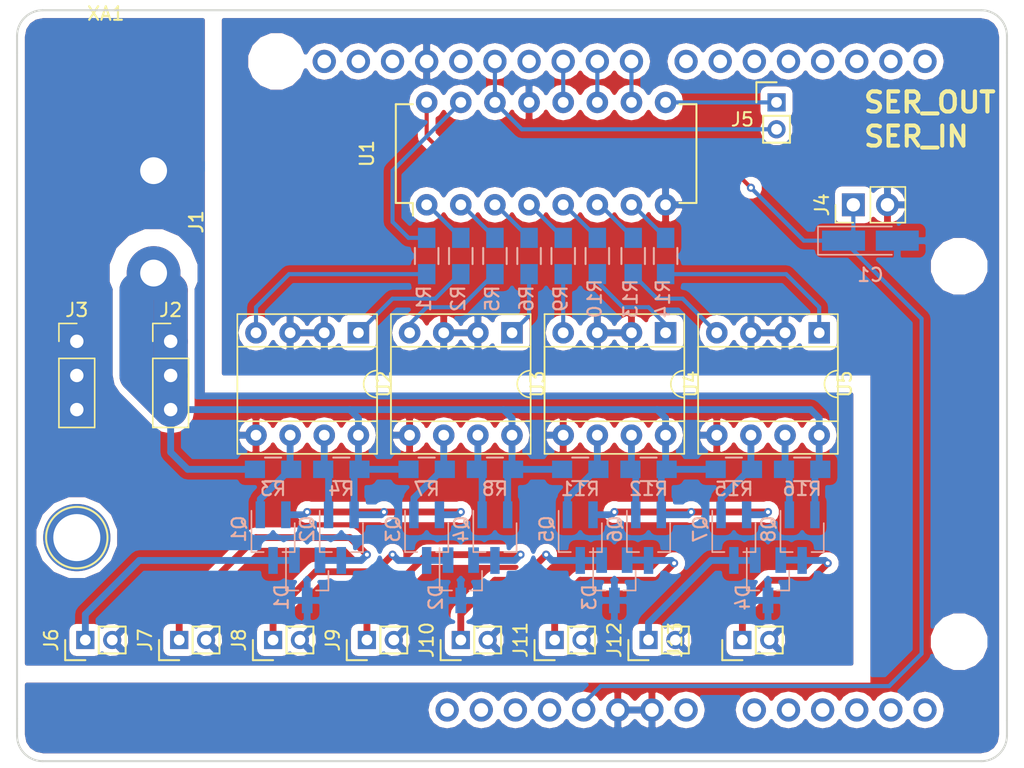
<source format=kicad_pcb>
(kicad_pcb (version 4) (host pcbnew 4.0.7)
  (layers (0 F.Cu signal) (31 B.Cu signal) (34 B.Paste user hide) (35 F.Paste user hide) (36 B.SilkS user) (37 F.SilkS user) (38 B.Mask user) (39 F.Mask user) (44 Edge.Cuts user))
  (net 0 "")
  (net 1 GND)
  (net 2 Vcc_12V)
  (net 3 /QA)
  (net 4 "Net-(R1-Pad2)")
  (net 5 /QB)
  (net 6 "Net-(R2-Pad2)")
  (net 7 /QC)
  (net 8 "Net-(R5-Pad2)")
  (net 9 /QD)
  (net 10 "Net-(R6-Pad2)")
  (net 11 /QE)
  (net 12 "Net-(R9-Pad2)")
  (net 13 /QF)
  (net 14 "Net-(R10-Pad2)")
  (net 15 /QG)
  (net 16 "Net-(R13-Pad2)")
  (net 17 /QH)
  (net 18 "Net-(R14-Pad2)")
  (net 19 VCC)
  (net 20 /clockPin)
  (net 21 /latchPin)
  (net 22 /dataPin)
  (net 23 "Net-(XA1-PadA0)")
  (net 24 "Net-(XA1-PadVIN)")
  (net 25 "Net-(XA1-Pad3V3)")
  (net 26 "Net-(XA1-PadRST1)")
  (net 27 "Net-(XA1-PadIORF)")
  (net 28 "Net-(XA1-PadD0)")
  (net 29 "Net-(XA1-PadD1)")
  (net 30 "Net-(XA1-PadD2)")
  (net 31 "Net-(XA1-PadD3)")
  (net 32 "Net-(XA1-PadD4)")
  (net 33 "Net-(XA1-PadD5)")
  (net 34 "Net-(XA1-PadD6)")
  (net 35 "Net-(XA1-PadD7)")
  (net 36 "Net-(XA1-PadSCL)")
  (net 37 "Net-(XA1-PadSDA)")
  (net 38 "Net-(XA1-PadAREF)")
  (net 39 "Net-(XA1-PadD13)")
  (net 40 "Net-(XA1-PadA1)")
  (net 41 "Net-(XA1-PadA2)")
  (net 42 "Net-(XA1-PadA3)")
  (net 43 "Net-(XA1-PadA4)")
  (net 44 "Net-(XA1-PadA5)")
  (net 45 /SRCLR)
  (net 46 "Net-(XA1-PadD11)")
  (net 47 "Net-(D1-Pad1)")
  (net 48 "Net-(D1-Pad2)")
  (net 49 "Net-(D2-Pad1)")
  (net 50 "Net-(D2-Pad2)")
  (net 51 "Net-(D3-Pad1)")
  (net 52 "Net-(D3-Pad2)")
  (net 53 "Net-(D4-Pad1)")
  (net 54 "Net-(D4-Pad2)")
  (net 55 "Net-(Q1-Pad1)")
  (net 56 "Net-(Q2-Pad1)")
  (net 57 "Net-(Q3-Pad1)")
  (net 58 "Net-(Q4-Pad1)")
  (net 59 "Net-(Q5-Pad1)")
  (net 60 "Net-(Q6-Pad1)")
  (net 61 "Net-(Q7-Pad1)")
  (net 62 "Net-(Q8-Pad1)")
  (net 63 "Net-(J5-Pad1)")
  (module Arduino:Arduino_Uno_Shield (layer F.Cu) (at 87.884 102.87)
    (fp_text reference XA1 (at 2.54 -54.356) (layer F.SilkS) (effects (font (thickness 0.16))))
    (fp_text value Arduino_Uno_Shield)
    (pad A0 thru_hole oval (at 50.8 -2.54) (size 1.7272 1.7272) (drill 1.016) (layers *.Cu *.Mask) (net 23 "Net-(XA1-PadA0)"))
    (pad VIN thru_hole oval (at 45.72 -2.54) (size 1.7272 1.7272) (drill 1.016) (layers *.Cu *.Mask) (net 24 "Net-(XA1-PadVIN)"))
    (pad GND3 thru_hole oval (at 43.18 -2.54) (size 1.7272 1.7272) (drill 1.016) (layers *.Cu *.Mask) (net 1 GND))
    (pad GND2 thru_hole oval (at 40.64 -2.54) (size 1.7272 1.7272) (drill 1.016) (layers *.Cu *.Mask) (net 1 GND))
    (pad 5V1 thru_hole oval (at 38.1 -2.54) (size 1.7272 1.7272) (drill 1.016) (layers *.Cu *.Mask) (net 19 VCC))
    (pad 3V3 thru_hole oval (at 35.56 -2.54) (size 1.7272 1.7272) (drill 1.016) (layers *.Cu *.Mask) (net 25 "Net-(XA1-Pad3V3)"))
    (pad RST1 thru_hole oval (at 33.02 -2.54) (size 1.7272 1.7272) (drill 1.016) (layers *.Cu *.Mask) (net 26 "Net-(XA1-PadRST1)"))
    (pad IORF thru_hole oval (at 30.48 -2.54) (size 1.7272 1.7272) (drill 1.016) (layers *.Cu *.Mask) (net 27 "Net-(XA1-PadIORF)"))
    (pad D0 thru_hole oval (at 63.5 -50.8) (size 1.7272 1.7272) (drill 1.016) (layers *.Cu *.Mask) (net 28 "Net-(XA1-PadD0)"))
    (pad D1 thru_hole oval (at 60.96 -50.8) (size 1.7272 1.7272) (drill 1.016) (layers *.Cu *.Mask) (net 29 "Net-(XA1-PadD1)"))
    (pad D2 thru_hole oval (at 58.42 -50.8) (size 1.7272 1.7272) (drill 1.016) (layers *.Cu *.Mask) (net 30 "Net-(XA1-PadD2)"))
    (pad D3 thru_hole oval (at 55.88 -50.8) (size 1.7272 1.7272) (drill 1.016) (layers *.Cu *.Mask) (net 31 "Net-(XA1-PadD3)"))
    (pad D4 thru_hole oval (at 53.34 -50.8) (size 1.7272 1.7272) (drill 1.016) (layers *.Cu *.Mask) (net 32 "Net-(XA1-PadD4)"))
    (pad D5 thru_hole oval (at 50.8 -50.8) (size 1.7272 1.7272) (drill 1.016) (layers *.Cu *.Mask) (net 33 "Net-(XA1-PadD5)"))
    (pad D6 thru_hole oval (at 48.26 -50.8) (size 1.7272 1.7272) (drill 1.016) (layers *.Cu *.Mask) (net 34 "Net-(XA1-PadD6)"))
    (pad D7 thru_hole oval (at 45.72 -50.8) (size 1.7272 1.7272) (drill 1.016) (layers *.Cu *.Mask) (net 35 "Net-(XA1-PadD7)"))
    (pad GND1 thru_hole oval (at 26.416 -50.8) (size 1.7272 1.7272) (drill 1.016) (layers *.Cu *.Mask) (net 1 GND))
    (pad D8 thru_hole oval (at 41.656 -50.8) (size 1.7272 1.7272) (drill 1.016) (layers *.Cu *.Mask) (net 45 /SRCLR))
    (pad D9 thru_hole oval (at 39.116 -50.8) (size 1.7272 1.7272) (drill 1.016) (layers *.Cu *.Mask) (net 20 /clockPin))
    (pad D10 thru_hole oval (at 36.576 -50.8) (size 1.7272 1.7272) (drill 1.016) (layers *.Cu *.Mask) (net 21 /latchPin))
    (pad "" np_thru_hole circle (at 66.04 -7.62) (size 3.2 3.2) (drill 3.2) (layers *.Cu *.Mask))
    (pad "" np_thru_hole circle (at 66.04 -35.56) (size 3.2 3.2) (drill 3.2) (layers *.Cu *.Mask))
    (pad "" np_thru_hole circle (at 15.24 -50.8) (size 3.2 3.2) (drill 3.2) (layers *.Cu *.Mask))
    (pad SCL thru_hole oval (at 18.796 -50.8) (size 1.7272 1.7272) (drill 1.016) (layers *.Cu *.Mask) (net 36 "Net-(XA1-PadSCL)"))
    (pad SDA thru_hole oval (at 21.336 -50.8) (size 1.7272 1.7272) (drill 1.016) (layers *.Cu *.Mask) (net 37 "Net-(XA1-PadSDA)"))
    (pad AREF thru_hole oval (at 23.876 -50.8) (size 1.7272 1.7272) (drill 1.016) (layers *.Cu *.Mask) (net 38 "Net-(XA1-PadAREF)"))
    (pad D13 thru_hole oval (at 28.956 -50.8) (size 1.7272 1.7272) (drill 1.016) (layers *.Cu *.Mask) (net 39 "Net-(XA1-PadD13)"))
    (pad D12 thru_hole oval (at 31.496 -50.8) (size 1.7272 1.7272) (drill 1.016) (layers *.Cu *.Mask) (net 22 /dataPin))
    (pad D11 thru_hole oval (at 34.036 -50.8) (size 1.7272 1.7272) (drill 1.016) (layers *.Cu *.Mask) (net 46 "Net-(XA1-PadD11)"))
    (pad "" thru_hole oval (at 27.94 -2.54) (size 1.7272 1.7272) (drill 1.016) (layers *.Cu *.Mask))
    (pad A1 thru_hole oval (at 53.34 -2.54) (size 1.7272 1.7272) (drill 1.016) (layers *.Cu *.Mask) (net 40 "Net-(XA1-PadA1)"))
    (pad A2 thru_hole oval (at 55.88 -2.54) (size 1.7272 1.7272) (drill 1.016) (layers *.Cu *.Mask) (net 41 "Net-(XA1-PadA2)"))
    (pad A3 thru_hole oval (at 58.42 -2.54) (size 1.7272 1.7272) (drill 1.016) (layers *.Cu *.Mask) (net 42 "Net-(XA1-PadA3)"))
    (pad A4 thru_hole oval (at 60.96 -2.54) (size 1.7272 1.7272) (drill 1.016) (layers *.Cu *.Mask) (net 43 "Net-(XA1-PadA4)"))
    (pad A5 thru_hole oval (at 63.5 -2.54) (size 1.7272 1.7272) (drill 1.016) (layers *.Cu *.Mask) (net 44 "Net-(XA1-PadA5)"))
  )
  (module Housings_DIP:DIP-16_W7.62mm (layer F.Cu) (at 114.3 62.738 90)
    (fp_text reference U1 (at 3.81 -4.445 90) (layer F.SilkS) (effects (font (thickness 0.16))))
    (fp_text value 74HC595)
    (pad 1 thru_hole oval (at 0 0 90) (size 1.6 1.6) (drill 0.8) (layers *.Cu *.Mask) (net 5 /QB))
    (pad 2 thru_hole oval (at 0 2.54 90) (size 1.6 1.6) (drill 0.8) (layers *.Cu *.Mask) (net 7 /QC))
    (pad 3 thru_hole oval (at 0 5.08 90) (size 1.6 1.6) (drill 0.8) (layers *.Cu *.Mask) (net 9 /QD))
    (pad 4 thru_hole oval (at 0 7.62 90) (size 1.6 1.6) (drill 0.8) (layers *.Cu *.Mask) (net 11 /QE))
    (pad 5 thru_hole oval (at 0 10.16 90) (size 1.6 1.6) (drill 0.8) (layers *.Cu *.Mask) (net 13 /QF))
    (pad 6 thru_hole oval (at 0 12.7 90) (size 1.6 1.6) (drill 0.8) (layers *.Cu *.Mask) (net 15 /QG))
    (pad 7 thru_hole oval (at 0 15.24 90) (size 1.6 1.6) (drill 0.8) (layers *.Cu *.Mask) (net 17 /QH))
    (pad 8 thru_hole oval (at 0 17.78 90) (size 1.6 1.6) (drill 0.8) (layers *.Cu *.Mask) (net 1 GND))
    (pad 9 thru_hole oval (at 7.62 17.78 90) (size 1.6 1.6) (drill 0.8) (layers *.Cu *.Mask) (net 63 "Net-(J5-Pad1)"))
    (pad 10 thru_hole oval (at 7.62 15.24 90) (size 1.6 1.6) (drill 0.8) (layers *.Cu *.Mask) (net 45 /SRCLR))
    (pad 11 thru_hole oval (at 7.62 12.7 90) (size 1.6 1.6) (drill 0.8) (layers *.Cu *.Mask) (net 20 /clockPin))
    (pad 12 thru_hole oval (at 7.62 10.16 90) (size 1.6 1.6) (drill 0.8) (layers *.Cu *.Mask) (net 21 /latchPin))
    (pad 13 thru_hole oval (at 7.62 7.62 90) (size 1.6 1.6) (drill 0.8) (layers *.Cu *.Mask) (net 1 GND))
    (pad 14 thru_hole oval (at 7.62 5.08 90) (size 1.6 1.6) (drill 0.8) (layers *.Cu *.Mask) (net 22 /dataPin))
    (pad 15 thru_hole oval (at 7.62 2.54 90) (size 1.6 1.6) (drill 0.8) (layers *.Cu *.Mask) (net 3 /QA))
    (pad 16 thru_hole oval (at 7.62 0 90) (size 1.6 1.6) (drill 0.8) (layers *.Cu *.Mask) (net 19 VCC))
  )
  (module TO_SOT_Packages_SMD:SOT-23W_Handsoldering (layer B.Cu) (at 114.3 87.503 270)
    (fp_text reference Q3 (at -0.635 2.5 270) (layer B.SilkS) (effects (font (thickness 0.16)) (justify mirror)))
    (fp_text value Q_PMOS_GSD)
    (pad 1 smd rect (at -1.7 0.95 270) (size 2 0.7) (layers B.Cu B.Paste B.Mask) (net 57 "Net-(Q3-Pad1)"))
    (pad 2 smd rect (at -1.7 -0.95 270) (size 2 0.7) (layers B.Cu B.Paste B.Mask) (net 2 Vcc_12V))
    (pad 3 smd rect (at 1.7 0 270) (size 2 0.7) (layers B.Cu B.Paste B.Mask) (net 49 "Net-(D2-Pad1)"))
  )
  (module Housings_DIP:DIP-8_W7.62mm_Socket (layer F.Cu) (at 109.22 72.263 270)
    (fp_text reference U2 (at 3.81 -1.905 270) (layer F.SilkS) (effects (font (thickness 0.16))))
    (fp_text value HCPL2731)
    (pad 1 thru_hole rect (at 0 0 270) (size 1.6 1.6) (drill 0.8) (layers *.Cu *.Mask) (net 6 "Net-(R2-Pad2)"))
    (pad 5 thru_hole oval (at 7.62 7.62 270) (size 1.6 1.6) (drill 0.8) (layers *.Cu *.Mask) (net 1 GND))
    (pad 2 thru_hole oval (at 0 2.54 270) (size 1.6 1.6) (drill 0.8) (layers *.Cu *.Mask) (net 1 GND))
    (pad 6 thru_hole oval (at 7.62 5.08 270) (size 1.6 1.6) (drill 0.8) (layers *.Cu *.Mask) (net 55 "Net-(Q1-Pad1)"))
    (pad 3 thru_hole oval (at 0 5.08 270) (size 1.6 1.6) (drill 0.8) (layers *.Cu *.Mask) (net 1 GND))
    (pad 7 thru_hole oval (at 7.62 2.54 270) (size 1.6 1.6) (drill 0.8) (layers *.Cu *.Mask) (net 56 "Net-(Q2-Pad1)"))
    (pad 4 thru_hole oval (at 0 7.62 270) (size 1.6 1.6) (drill 0.8) (layers *.Cu *.Mask) (net 4 "Net-(R1-Pad2)"))
    (pad 8 thru_hole oval (at 7.62 0 270) (size 1.6 1.6) (drill 0.8) (layers *.Cu *.Mask) (net 2 Vcc_12V))
  )
  (module Wire_Connections_Bridges:WireConnection_2.00mmDrill (layer F.Cu) (at 93.98 67.818 90)
    (fp_text reference J1 (at 3.81 3.175 90) (layer F.SilkS) (effects (font (thickness 0.16))))
    (fp_text value Conn_01x02)
    (pad 1 thru_hole circle (at 0 0 90) (size 4.0005 4.0005) (drill 1.99898) (layers *.Cu *.Mask) (net 2 Vcc_12V) (clearance 1.27))
    (pad 2 thru_hole circle (at 7.62 0 90) (size 4.0005 4.0005) (drill 1.99898) (layers *.Cu *.Mask) (net 1 GND))
  )
  (module Resistors_SMD:R_0805_HandSoldering (layer B.Cu) (at 129.667 66.548 270)
    (fp_text reference R13 (at 3.175 0.195 270) (layer B.SilkS) (effects (font (thickness 0.16)) (justify mirror)))
    (fp_text value 2.3k)
    (pad 1 smd rect (at -1.35 0 270) (size 1.5 1.3) (layers B.Cu B.Paste B.Mask) (net 15 /QG))
    (pad 2 smd rect (at 1.35 0 270) (size 1.5 1.3) (layers B.Cu B.Paste B.Mask) (net 16 "Net-(R13-Pad2)"))
  )
  (module Resistors_SMD:R_0805_HandSoldering (layer B.Cu) (at 114.3 66.548 270)
    (fp_text reference R1 (at 3.175 0.195 270) (layer B.SilkS) (effects (font (thickness 0.16)) (justify mirror)))
    (fp_text value 2.3k)
    (pad 1 smd rect (at -1.35 0 270) (size 1.5 1.3) (layers B.Cu B.Paste B.Mask) (net 3 /QA))
    (pad 2 smd rect (at 1.35 0 270) (size 1.5 1.3) (layers B.Cu B.Paste B.Mask) (net 4 "Net-(R1-Pad2)"))
  )
  (module Resistors_SMD:R_0805_HandSoldering (layer B.Cu) (at 116.84 66.548 270)
    (fp_text reference R2 (at 3.175 0.195 270) (layer B.SilkS) (effects (font (thickness 0.16)) (justify mirror)))
    (fp_text value 2.3k)
    (pad 1 smd rect (at -1.35 0 270) (size 1.5 1.3) (layers B.Cu B.Paste B.Mask) (net 5 /QB))
    (pad 2 smd rect (at 1.35 0 270) (size 1.5 1.3) (layers B.Cu B.Paste B.Mask) (net 6 "Net-(R2-Pad2)"))
  )
  (module Resistors_SMD:R_0805_HandSoldering (layer B.Cu) (at 119.38 66.548 270)
    (fp_text reference R5 (at 3.175 0.195 270) (layer B.SilkS) (effects (font (thickness 0.16)) (justify mirror)))
    (fp_text value 2.3k)
    (pad 1 smd rect (at -1.35 0 270) (size 1.5 1.3) (layers B.Cu B.Paste B.Mask) (net 7 /QC))
    (pad 2 smd rect (at 1.35 0 270) (size 1.5 1.3) (layers B.Cu B.Paste B.Mask) (net 8 "Net-(R5-Pad2)"))
  )
  (module Resistors_SMD:R_0805_HandSoldering (layer B.Cu) (at 121.92 66.548 270)
    (fp_text reference R6 (at 3.175 0.195 270) (layer B.SilkS) (effects (font (thickness 0.16)) (justify mirror)))
    (fp_text value 2.3k)
    (pad 1 smd rect (at -1.35 0 270) (size 1.5 1.3) (layers B.Cu B.Paste B.Mask) (net 9 /QD))
    (pad 2 smd rect (at 1.35 0 270) (size 1.5 1.3) (layers B.Cu B.Paste B.Mask) (net 10 "Net-(R6-Pad2)"))
  )
  (module Resistors_SMD:R_0805_HandSoldering (layer B.Cu) (at 124.46 66.548 270)
    (fp_text reference R9 (at 3.175 0.195 270) (layer B.SilkS) (effects (font (thickness 0.16)) (justify mirror)))
    (fp_text value 2.3k)
    (pad 1 smd rect (at -1.35 0 270) (size 1.5 1.3) (layers B.Cu B.Paste B.Mask) (net 11 /QE))
    (pad 2 smd rect (at 1.35 0 270) (size 1.5 1.3) (layers B.Cu B.Paste B.Mask) (net 12 "Net-(R9-Pad2)"))
  )
  (module Resistors_SMD:R_0805_HandSoldering (layer B.Cu) (at 127 66.548 270)
    (fp_text reference R10 (at 3.175 0.195 270) (layer B.SilkS) (effects (font (thickness 0.16)) (justify mirror)))
    (fp_text value 2.3k)
    (pad 1 smd rect (at -1.35 0 270) (size 1.5 1.3) (layers B.Cu B.Paste B.Mask) (net 13 /QF))
    (pad 2 smd rect (at 1.35 0 270) (size 1.5 1.3) (layers B.Cu B.Paste B.Mask) (net 14 "Net-(R10-Pad2)"))
  )
  (module Capacitors_Tantalum_SMD:CP_Tantalum_Case-A_EIA-3216-18_Hand (layer B.Cu) (at 147.32 65.405)
    (fp_text reference C1 (at 0 2.55) (layer B.SilkS) (effects (font (thickness 0.16)) (justify mirror)))
    (fp_text value 1u)
    (pad 1 smd rect (at -2 0) (size 3.2 1.5) (layers B.Cu B.Paste B.Mask) (net 19 VCC))
    (pad 2 smd rect (at 2 0) (size 3.2 1.5) (layers B.Cu B.Paste B.Mask) (net 1 GND))
  )
  (module Resistors_SMD:R_0805_HandSoldering (layer B.Cu) (at 132.08 66.548 270)
    (fp_text reference R14 (at 3.175 0.195 270) (layer B.SilkS) (effects (font (thickness 0.16)) (justify mirror)))
    (fp_text value 2.3k)
    (pad 1 smd rect (at -1.35 0 270) (size 1.5 1.3) (layers B.Cu B.Paste B.Mask) (net 17 /QH))
    (pad 2 smd rect (at 1.35 0 270) (size 1.5 1.3) (layers B.Cu B.Paste B.Mask) (net 18 "Net-(R14-Pad2)"))
  )
  (module Housings_DIP:DIP-8_W7.62mm_Socket (layer F.Cu) (at 120.65 72.263 270)
    (fp_text reference U3 (at 3.81 -1.905 270) (layer F.SilkS) (effects (font (thickness 0.16))))
    (fp_text value HCPL2731)
    (pad 1 thru_hole rect (at 0 0 270) (size 1.6 1.6) (drill 0.8) (layers *.Cu *.Mask) (net 10 "Net-(R6-Pad2)"))
    (pad 5 thru_hole oval (at 7.62 7.62 270) (size 1.6 1.6) (drill 0.8) (layers *.Cu *.Mask) (net 1 GND))
    (pad 2 thru_hole oval (at 0 2.54 270) (size 1.6 1.6) (drill 0.8) (layers *.Cu *.Mask) (net 1 GND))
    (pad 6 thru_hole oval (at 7.62 5.08 270) (size 1.6 1.6) (drill 0.8) (layers *.Cu *.Mask) (net 57 "Net-(Q3-Pad1)"))
    (pad 3 thru_hole oval (at 0 5.08 270) (size 1.6 1.6) (drill 0.8) (layers *.Cu *.Mask) (net 1 GND))
    (pad 7 thru_hole oval (at 7.62 2.54 270) (size 1.6 1.6) (drill 0.8) (layers *.Cu *.Mask) (net 58 "Net-(Q4-Pad1)"))
    (pad 4 thru_hole oval (at 0 7.62 270) (size 1.6 1.6) (drill 0.8) (layers *.Cu *.Mask) (net 8 "Net-(R5-Pad2)"))
    (pad 8 thru_hole oval (at 7.62 0 270) (size 1.6 1.6) (drill 0.8) (layers *.Cu *.Mask) (net 2 Vcc_12V))
  )
  (module Housings_DIP:DIP-8_W7.62mm_Socket (layer F.Cu) (at 132.08 72.263 270)
    (fp_text reference U4 (at 3.81 -1.905 270) (layer F.SilkS) (effects (font (thickness 0.16))))
    (fp_text value HCPL2731)
    (pad 1 thru_hole rect (at 0 0 270) (size 1.6 1.6) (drill 0.8) (layers *.Cu *.Mask) (net 14 "Net-(R10-Pad2)"))
    (pad 5 thru_hole oval (at 7.62 7.62 270) (size 1.6 1.6) (drill 0.8) (layers *.Cu *.Mask) (net 1 GND))
    (pad 2 thru_hole oval (at 0 2.54 270) (size 1.6 1.6) (drill 0.8) (layers *.Cu *.Mask) (net 1 GND))
    (pad 6 thru_hole oval (at 7.62 5.08 270) (size 1.6 1.6) (drill 0.8) (layers *.Cu *.Mask) (net 59 "Net-(Q5-Pad1)"))
    (pad 3 thru_hole oval (at 0 5.08 270) (size 1.6 1.6) (drill 0.8) (layers *.Cu *.Mask) (net 1 GND))
    (pad 7 thru_hole oval (at 7.62 2.54 270) (size 1.6 1.6) (drill 0.8) (layers *.Cu *.Mask) (net 60 "Net-(Q6-Pad1)"))
    (pad 4 thru_hole oval (at 0 7.62 270) (size 1.6 1.6) (drill 0.8) (layers *.Cu *.Mask) (net 12 "Net-(R9-Pad2)"))
    (pad 8 thru_hole oval (at 7.62 0 270) (size 1.6 1.6) (drill 0.8) (layers *.Cu *.Mask) (net 2 Vcc_12V))
  )
  (module Housings_DIP:DIP-8_W7.62mm_Socket (layer F.Cu) (at 143.51 72.263 270)
    (fp_text reference U5 (at 3.81 -1.905 270) (layer F.SilkS) (effects (font (thickness 0.16))))
    (fp_text value HCPL2731)
    (pad 1 thru_hole rect (at 0 0 270) (size 1.6 1.6) (drill 0.8) (layers *.Cu *.Mask) (net 18 "Net-(R14-Pad2)"))
    (pad 5 thru_hole oval (at 7.62 7.62 270) (size 1.6 1.6) (drill 0.8) (layers *.Cu *.Mask) (net 1 GND))
    (pad 2 thru_hole oval (at 0 2.54 270) (size 1.6 1.6) (drill 0.8) (layers *.Cu *.Mask) (net 1 GND))
    (pad 6 thru_hole oval (at 7.62 5.08 270) (size 1.6 1.6) (drill 0.8) (layers *.Cu *.Mask) (net 61 "Net-(Q7-Pad1)"))
    (pad 3 thru_hole oval (at 0 5.08 270) (size 1.6 1.6) (drill 0.8) (layers *.Cu *.Mask) (net 1 GND))
    (pad 7 thru_hole oval (at 7.62 2.54 270) (size 1.6 1.6) (drill 0.8) (layers *.Cu *.Mask) (net 62 "Net-(Q8-Pad1)"))
    (pad 4 thru_hole oval (at 0 7.62 270) (size 1.6 1.6) (drill 0.8) (layers *.Cu *.Mask) (net 16 "Net-(R13-Pad2)"))
    (pad 8 thru_hole oval (at 7.62 0 270) (size 1.6 1.6) (drill 0.8) (layers *.Cu *.Mask) (net 2 Vcc_12V))
  )
  (module TO_SOT_Packages_SMD:SOT-23_Handsoldering (layer B.Cu) (at 105.41 90.678 270)
    (fp_text reference D1 (at 1.27 1.905 270) (layer B.SilkS) (effects (font (thickness 0.16)) (justify mirror)))
    (fp_text value D_Schottky_x2_ACom_KKA)
    (pad 1 smd rect (at -1.5 0.95 270) (size 1.9 0.8) (layers B.Cu B.Paste B.Mask) (net 47 "Net-(D1-Pad1)"))
    (pad 2 smd rect (at -1.5 -0.95 270) (size 1.9 0.8) (layers B.Cu B.Paste B.Mask) (net 48 "Net-(D1-Pad2)"))
    (pad 3 smd rect (at 1.5 0 270) (size 1.9 0.8) (layers B.Cu B.Paste B.Mask) (net 1 GND))
  )
  (module TO_SOT_Packages_SMD:SOT-23_Handsoldering (layer B.Cu) (at 116.84 90.678 270)
    (fp_text reference D2 (at 1.27 1.865 270) (layer B.SilkS) (effects (font (thickness 0.16)) (justify mirror)))
    (fp_text value D_Schottky_x2_ACom_KKA)
    (pad 1 smd rect (at -1.5 0.95 270) (size 1.9 0.8) (layers B.Cu B.Paste B.Mask) (net 49 "Net-(D2-Pad1)"))
    (pad 2 smd rect (at -1.5 -0.95 270) (size 1.9 0.8) (layers B.Cu B.Paste B.Mask) (net 50 "Net-(D2-Pad2)"))
    (pad 3 smd rect (at 1.5 0 270) (size 1.9 0.8) (layers B.Cu B.Paste B.Mask) (net 1 GND))
  )
  (module TO_SOT_Packages_SMD:SOT-23_Handsoldering (layer B.Cu) (at 128.27 90.678 270)
    (fp_text reference D3 (at 1.27 1.865 270) (layer B.SilkS) (effects (font (thickness 0.16)) (justify mirror)))
    (fp_text value D_Schottky_x2_ACom_KKA)
    (pad 1 smd rect (at -1.5 0.95 270) (size 1.9 0.8) (layers B.Cu B.Paste B.Mask) (net 51 "Net-(D3-Pad1)"))
    (pad 2 smd rect (at -1.5 -0.95 270) (size 1.9 0.8) (layers B.Cu B.Paste B.Mask) (net 52 "Net-(D3-Pad2)"))
    (pad 3 smd rect (at 1.5 0 270) (size 1.9 0.8) (layers B.Cu B.Paste B.Mask) (net 1 GND))
  )
  (module TO_SOT_Packages_SMD:SOT-23_Handsoldering (layer B.Cu) (at 139.7 90.678 270)
    (fp_text reference D4 (at 1.27 1.865 270) (layer B.SilkS) (effects (font (thickness 0.16)) (justify mirror)))
    (fp_text value D_Schottky_x2_ACom_KKA)
    (pad 1 smd rect (at -1.5 0.95 270) (size 1.9 0.8) (layers B.Cu B.Paste B.Mask) (net 53 "Net-(D4-Pad1)"))
    (pad 2 smd rect (at -1.5 -0.95 270) (size 1.9 0.8) (layers B.Cu B.Paste B.Mask) (net 54 "Net-(D4-Pad2)"))
    (pad 3 smd rect (at 1.5 0 270) (size 1.9 0.8) (layers B.Cu B.Paste B.Mask) (net 1 GND))
  )
  (module TO_SOT_Packages_SMD:SOT-23W_Handsoldering (layer B.Cu) (at 102.87 87.503 270)
    (fp_text reference Q1 (at -0.635 2.54 270) (layer B.SilkS) (effects (font (thickness 0.16)) (justify mirror)))
    (fp_text value Q_PMOS_GSD)
    (pad 1 smd rect (at -1.7 0.95 270) (size 2 0.7) (layers B.Cu B.Paste B.Mask) (net 55 "Net-(Q1-Pad1)"))
    (pad 2 smd rect (at -1.7 -0.95 270) (size 2 0.7) (layers B.Cu B.Paste B.Mask) (net 2 Vcc_12V))
    (pad 3 smd rect (at 1.7 0 270) (size 2 0.7) (layers B.Cu B.Paste B.Mask) (net 47 "Net-(D1-Pad1)"))
  )
  (module TO_SOT_Packages_SMD:SOT-23W_Handsoldering (layer B.Cu) (at 107.95 87.503 270)
    (fp_text reference Q2 (at -0.635 2.54 270) (layer B.SilkS) (effects (font (thickness 0.16)) (justify mirror)))
    (fp_text value Q_PMOS_GSD)
    (pad 1 smd rect (at -1.7 0.95 270) (size 2 0.7) (layers B.Cu B.Paste B.Mask) (net 56 "Net-(Q2-Pad1)"))
    (pad 2 smd rect (at -1.7 -0.95 270) (size 2 0.7) (layers B.Cu B.Paste B.Mask) (net 2 Vcc_12V))
    (pad 3 smd rect (at 1.7 0 270) (size 2 0.7) (layers B.Cu B.Paste B.Mask) (net 48 "Net-(D1-Pad2)"))
  )
  (module TO_SOT_Packages_SMD:SOT-23W_Handsoldering (layer B.Cu) (at 119.38 87.503 270)
    (fp_text reference Q4 (at -0.635 2.5 270) (layer B.SilkS) (effects (font (thickness 0.16)) (justify mirror)))
    (fp_text value Q_PMOS_GSD)
    (pad 1 smd rect (at -1.7 0.95 270) (size 2 0.7) (layers B.Cu B.Paste B.Mask) (net 58 "Net-(Q4-Pad1)"))
    (pad 2 smd rect (at -1.7 -0.95 270) (size 2 0.7) (layers B.Cu B.Paste B.Mask) (net 2 Vcc_12V))
    (pad 3 smd rect (at 1.7 0 270) (size 2 0.7) (layers B.Cu B.Paste B.Mask) (net 50 "Net-(D2-Pad2)"))
  )
  (module TO_SOT_Packages_SMD:SOT-23W_Handsoldering (layer B.Cu) (at 125.73 87.503 270)
    (fp_text reference Q5 (at -0.635 2.5 270) (layer B.SilkS) (effects (font (thickness 0.16)) (justify mirror)))
    (fp_text value Q_PMOS_GSD)
    (pad 1 smd rect (at -1.7 0.95 270) (size 2 0.7) (layers B.Cu B.Paste B.Mask) (net 59 "Net-(Q5-Pad1)"))
    (pad 2 smd rect (at -1.7 -0.95 270) (size 2 0.7) (layers B.Cu B.Paste B.Mask) (net 2 Vcc_12V))
    (pad 3 smd rect (at 1.7 0 270) (size 2 0.7) (layers B.Cu B.Paste B.Mask) (net 51 "Net-(D3-Pad1)"))
  )
  (module TO_SOT_Packages_SMD:SOT-23W_Handsoldering (layer B.Cu) (at 130.81 87.503 270)
    (fp_text reference Q6 (at -0.635 2.5 270) (layer B.SilkS) (effects (font (thickness 0.16)) (justify mirror)))
    (fp_text value Q_PMOS_GSD)
    (pad 1 smd rect (at -1.7 0.95 270) (size 2 0.7) (layers B.Cu B.Paste B.Mask) (net 60 "Net-(Q6-Pad1)"))
    (pad 2 smd rect (at -1.7 -0.95 270) (size 2 0.7) (layers B.Cu B.Paste B.Mask) (net 2 Vcc_12V))
    (pad 3 smd rect (at 1.7 0 270) (size 2 0.7) (layers B.Cu B.Paste B.Mask) (net 52 "Net-(D3-Pad2)"))
  )
  (module TO_SOT_Packages_SMD:SOT-23W_Handsoldering (layer B.Cu) (at 137.16 87.503 270)
    (fp_text reference Q7 (at -0.635 2.5 270) (layer B.SilkS) (effects (font (thickness 0.16)) (justify mirror)))
    (fp_text value Q_PMOS_GSD)
    (pad 1 smd rect (at -1.7 0.95 270) (size 2 0.7) (layers B.Cu B.Paste B.Mask) (net 61 "Net-(Q7-Pad1)"))
    (pad 2 smd rect (at -1.7 -0.95 270) (size 2 0.7) (layers B.Cu B.Paste B.Mask) (net 2 Vcc_12V))
    (pad 3 smd rect (at 1.7 0 270) (size 2 0.7) (layers B.Cu B.Paste B.Mask) (net 53 "Net-(D4-Pad1)"))
  )
  (module TO_SOT_Packages_SMD:SOT-23W_Handsoldering (layer B.Cu) (at 142.24 87.503 270)
    (fp_text reference Q8 (at -0.635 2.5 270) (layer B.SilkS) (effects (font (thickness 0.16)) (justify mirror)))
    (fp_text value Q_PMOS_GSD)
    (pad 1 smd rect (at -1.7 0.95 270) (size 2 0.7) (layers B.Cu B.Paste B.Mask) (net 62 "Net-(Q8-Pad1)"))
    (pad 2 smd rect (at -1.7 -0.95 270) (size 2 0.7) (layers B.Cu B.Paste B.Mask) (net 2 Vcc_12V))
    (pad 3 smd rect (at 1.7 0 270) (size 2 0.7) (layers B.Cu B.Paste B.Mask) (net 54 "Net-(D4-Pad2)"))
  )
  (module Resistors_SMD:R_0805_HandSoldering (layer B.Cu) (at 102.87 82.423)
    (fp_text reference R3 (at 0 1.465) (layer B.SilkS) (effects (font (thickness 0.16)) (justify mirror)))
    (fp_text value 23.k)
    (pad 1 smd rect (at -1.35 0) (size 1.5 1.3) (layers B.Cu B.Paste B.Mask) (net 2 Vcc_12V))
    (pad 2 smd rect (at 1.35 0) (size 1.5 1.3) (layers B.Cu B.Paste B.Mask) (net 55 "Net-(Q1-Pad1)"))
  )
  (module Resistors_SMD:R_0805_HandSoldering (layer B.Cu) (at 107.95 82.423 180)
    (fp_text reference R4 (at 0 -1.456 180) (layer B.SilkS) (effects (font (thickness 0.16)) (justify mirror)))
    (fp_text value 2.3k)
    (pad 1 smd rect (at -1.35 0 180) (size 1.5 1.3) (layers B.Cu B.Paste B.Mask) (net 2 Vcc_12V))
    (pad 2 smd rect (at 1.35 0 180) (size 1.5 1.3) (layers B.Cu B.Paste B.Mask) (net 56 "Net-(Q2-Pad1)"))
  )
  (module Resistors_SMD:R_0805_HandSoldering (layer B.Cu) (at 114.3 82.423)
    (fp_text reference R7 (at 0 1.465) (layer B.SilkS) (effects (font (thickness 0.16)) (justify mirror)))
    (fp_text value 23.k)
    (pad 1 smd rect (at -1.35 0) (size 1.5 1.3) (layers B.Cu B.Paste B.Mask) (net 2 Vcc_12V))
    (pad 2 smd rect (at 1.35 0) (size 1.5 1.3) (layers B.Cu B.Paste B.Mask) (net 57 "Net-(Q3-Pad1)"))
  )
  (module Resistors_SMD:R_0805_HandSoldering (layer B.Cu) (at 119.38 82.423 180)
    (fp_text reference R8 (at 0 -1.456 180) (layer B.SilkS) (effects (font (thickness 0.16)) (justify mirror)))
    (fp_text value 2.3k)
    (pad 1 smd rect (at -1.35 0 180) (size 1.5 1.3) (layers B.Cu B.Paste B.Mask) (net 2 Vcc_12V))
    (pad 2 smd rect (at 1.35 0 180) (size 1.5 1.3) (layers B.Cu B.Paste B.Mask) (net 58 "Net-(Q4-Pad1)"))
  )
  (module Resistors_SMD:R_0805_HandSoldering (layer B.Cu) (at 125.73 82.423)
    (fp_text reference R11 (at 0 1.465) (layer B.SilkS) (effects (font (thickness 0.16)) (justify mirror)))
    (fp_text value 23.k)
    (pad 1 smd rect (at -1.35 0) (size 1.5 1.3) (layers B.Cu B.Paste B.Mask) (net 2 Vcc_12V))
    (pad 2 smd rect (at 1.35 0) (size 1.5 1.3) (layers B.Cu B.Paste B.Mask) (net 59 "Net-(Q5-Pad1)"))
  )
  (module Resistors_SMD:R_0805_HandSoldering (layer B.Cu) (at 130.81 82.423 180)
    (fp_text reference R12 (at 0 -1.456 180) (layer B.SilkS) (effects (font (thickness 0.16)) (justify mirror)))
    (fp_text value 2.3k)
    (pad 1 smd rect (at -1.35 0 180) (size 1.5 1.3) (layers B.Cu B.Paste B.Mask) (net 2 Vcc_12V))
    (pad 2 smd rect (at 1.35 0 180) (size 1.5 1.3) (layers B.Cu B.Paste B.Mask) (net 60 "Net-(Q6-Pad1)"))
  )
  (module Resistors_SMD:R_0805_HandSoldering (layer B.Cu) (at 137.16 82.423)
    (fp_text reference R15 (at 0 1.465) (layer B.SilkS) (effects (font (thickness 0.16)) (justify mirror)))
    (fp_text value 23.k)
    (pad 1 smd rect (at -1.35 0) (size 1.5 1.3) (layers B.Cu B.Paste B.Mask) (net 2 Vcc_12V))
    (pad 2 smd rect (at 1.35 0) (size 1.5 1.3) (layers B.Cu B.Paste B.Mask) (net 61 "Net-(Q7-Pad1)"))
  )
  (module Resistors_SMD:R_0805_HandSoldering (layer B.Cu) (at 142.24 82.423 180)
    (fp_text reference R16 (at 0 -1.456 180) (layer B.SilkS) (effects (font (thickness 0.16)) (justify mirror)))
    (fp_text value 2.3k)
    (pad 1 smd rect (at -1.35 0 180) (size 1.5 1.3) (layers B.Cu B.Paste B.Mask) (net 2 Vcc_12V))
    (pad 2 smd rect (at 1.35 0 180) (size 1.5 1.3) (layers B.Cu B.Paste B.Mask) (net 62 "Net-(Q8-Pad1)"))
  )
  (module Connectors:1pin (layer F.Cu) (at 88.265 87.503)
    (fp_text reference REF** hide)
    (fp_text value 1pin)
    (pad 1 thru_hole circle (at 0 0) (size 5 5) (drill 3.5) (layers *.Cu *.Mask))
  )
  (module Pin_Headers:Pin_Header_Straight_1x02_Pitch2.00mm (layer F.Cu) (at 137.795 95.123 90)
    (fp_text reference J13 (at 0 -5 90) (layer F.SilkS))
    (fp_text value Conn_01x02)
    (pad 1 thru_hole rect (at 0 0 90) (size 1.35 1.35) (drill 0.8) (layers *.Cu *.Mask) (net 54 "Net-(D4-Pad2)"))
    (pad 2 thru_hole circle (at 0 2 90) (size 1.35 1.35) (drill 0.8) (layers *.Cu *.Mask) (net 1 GND))
  )
  (module Pin_Headers:Pin_Header_Straight_1x02_Pitch2.54mm (layer F.Cu) (at 146.05 62.738 90)
    (fp_text reference J4 (at 0 -2.33 90) (layer F.SilkS))
    (fp_text value Conn_01x02)
    (pad 1 thru_hole rect (at 0 0 90) (size 1.7 1.7) (drill 1) (layers *.Cu *.Mask) (net 19 VCC))
    (pad 2 thru_hole oval (at 0 2.54 90) (size 1.7 1.7) (drill 1) (layers *.Cu *.Mask) (net 1 GND))
  )
  (module Pin_Headers:Pin_Header_Straight_1x02_Pitch2.00mm (layer F.Cu) (at 140.335 55.118)
    (fp_text reference J5 (at -2.54 1.27) (layer F.SilkS))
    (fp_text value Conn_01x02)
    (pad 1 thru_hole rect (at 0 0) (size 1.35 1.35) (drill 0.8) (layers *.Cu *.Mask) (net 63 "Net-(J5-Pad1)"))
    (pad 2 thru_hole circle (at 0 2) (size 1.35 1.35) (drill 0.8) (layers *.Cu *.Mask) (net 22 /dataPin))
  )
  (module Pin_Headers:Pin_Header_Straight_1x02_Pitch2.00mm (layer F.Cu) (at 88.9 95.123 90)
    (fp_text reference J6 (at 0 -2.54 90) (layer F.SilkS))
    (fp_text value Conn_01x02)
    (pad 1 thru_hole rect (at 0 0 90) (size 1.35 1.35) (drill 0.8) (layers *.Cu *.Mask) (net 47 "Net-(D1-Pad1)"))
    (pad 2 thru_hole circle (at 0 2 90) (size 1.35 1.35) (drill 0.8) (layers *.Cu *.Mask) (net 1 GND))
  )
  (module Pin_Headers:Pin_Header_Straight_1x02_Pitch2.00mm (layer F.Cu) (at 95.885 95.123 90)
    (fp_text reference J7 (at 0 -2.54 90) (layer F.SilkS))
    (fp_text value Conn_01x02)
    (pad 1 thru_hole rect (at 0 0 90) (size 1.35 1.35) (drill 0.8) (layers *.Cu *.Mask) (net 48 "Net-(D1-Pad2)"))
    (pad 2 thru_hole circle (at 0 2 90) (size 1.35 1.35) (drill 0.8) (layers *.Cu *.Mask) (net 1 GND))
  )
  (module Pin_Headers:Pin_Header_Straight_1x02_Pitch2.00mm (layer F.Cu) (at 102.87 95.123 90)
    (fp_text reference J8 (at 0 -2.54 90) (layer F.SilkS))
    (fp_text value Conn_01x02)
    (pad 1 thru_hole rect (at 0 0 90) (size 1.35 1.35) (drill 0.8) (layers *.Cu *.Mask) (net 49 "Net-(D2-Pad1)"))
    (pad 2 thru_hole circle (at 0 2 90) (size 1.35 1.35) (drill 0.8) (layers *.Cu *.Mask) (net 1 GND))
  )
  (module Pin_Headers:Pin_Header_Straight_1x02_Pitch2.00mm (layer F.Cu) (at 109.855 95.123 90)
    (fp_text reference J9 (at 0 -2.54 90) (layer F.SilkS))
    (fp_text value Conn_01x02)
    (pad 1 thru_hole rect (at 0 0 90) (size 1.35 1.35) (drill 0.8) (layers *.Cu *.Mask) (net 50 "Net-(D2-Pad2)"))
    (pad 2 thru_hole circle (at 0 2 90) (size 1.35 1.35) (drill 0.8) (layers *.Cu *.Mask) (net 1 GND))
  )
  (module Pin_Headers:Pin_Header_Straight_1x02_Pitch2.00mm (layer F.Cu) (at 116.84 95.123 90)
    (fp_text reference J10 (at 0 -2.54 90) (layer F.SilkS))
    (fp_text value Conn_01x02)
    (pad 1 thru_hole rect (at 0 0 90) (size 1.35 1.35) (drill 0.8) (layers *.Cu *.Mask) (net 51 "Net-(D3-Pad1)"))
    (pad 2 thru_hole circle (at 0 2 90) (size 1.35 1.35) (drill 0.8) (layers *.Cu *.Mask) (net 1 GND))
  )
  (module Pin_Headers:Pin_Header_Straight_1x02_Pitch2.00mm (layer F.Cu) (at 123.825 95.123 90)
    (fp_text reference J11 (at 0 -2.54 90) (layer F.SilkS))
    (fp_text value Conn_01x02)
    (pad 1 thru_hole rect (at 0 0 90) (size 1.35 1.35) (drill 0.8) (layers *.Cu *.Mask) (net 52 "Net-(D3-Pad2)"))
    (pad 2 thru_hole circle (at 0 2 90) (size 1.35 1.35) (drill 0.8) (layers *.Cu *.Mask) (net 1 GND))
  )
  (module Pin_Headers:Pin_Header_Straight_1x02_Pitch2.00mm (layer F.Cu) (at 130.81 95.123 90)
    (fp_text reference J12 (at 0 -2.54 90) (layer F.SilkS))
    (fp_text value Conn_01x02)
    (pad 1 thru_hole rect (at 0 0 90) (size 1.35 1.35) (drill 0.8) (layers *.Cu *.Mask) (net 53 "Net-(D4-Pad1)"))
    (pad 2 thru_hole circle (at 0 2 90) (size 1.35 1.35) (drill 0.8) (layers *.Cu *.Mask) (net 1 GND))
  )
  (module Pin_Headers:Pin_Header_Straight_1x03_Pitch2.54mm (layer F.Cu) (at 95.25 72.898)
    (fp_text reference J2 (at 0 -2.33) (layer F.SilkS))
    (fp_text value Conn_01x03)
    (pad 1 thru_hole rect (at 0 0) (size 1.7 1.7) (drill 1) (layers *.Cu *.Mask) (net 2 Vcc_12V))
    (pad 2 thru_hole oval (at 0 2.54) (size 1.7 1.7) (drill 1) (layers *.Cu *.Mask) (net 2 Vcc_12V))
    (pad 3 thru_hole oval (at 0 5.08) (size 1.7 1.7) (drill 1) (layers *.Cu *.Mask) (net 2 Vcc_12V))
  )
  (module Pin_Headers:Pin_Header_Straight_1x03_Pitch2.54mm (layer F.Cu) (at 88.265 72.898)
    (fp_text reference J3 (at 0 -2.33) (layer F.SilkS))
    (fp_text value Conn_01x03)
    (pad 1 thru_hole rect (at 0 0) (size 1.7 1.7) (drill 1) (layers *.Cu *.Mask) (net 1 GND))
    (pad 2 thru_hole oval (at 0 2.54) (size 1.7 1.7) (drill 1) (layers *.Cu *.Mask) (net 1 GND))
    (pad 3 thru_hole oval (at 0 5.08) (size 1.7 1.7) (drill 1) (layers *.Cu *.Mask) (net 1 GND))
  )
  (gr_line (start 157.48 51.435) (end 157.48 50.165) (angle 90) (layer Edge.Cuts) (width 0.15))
  (gr_line (start 83.82 51.435) (end 83.82 50.165) (angle 90) (layer Edge.Cuts) (width 0.15))
  (gr_line (start 83.82 100.965) (end 83.82 102.235) (angle 90) (layer Edge.Cuts) (width 0.15))
  (gr_line (start 157.48 101.092) (end 157.48 102.235) (angle 90) (layer Edge.Cuts) (width 0.15))
  (gr_text SER_OUT (at 146.685 55.118) (layer F.SilkS) (effects (font (size 1.5 1.5) (thickness 0.3)) (justify left)))
  (gr_text SER_IN (at 146.685 57.658) (layer F.SilkS) (effects (font (size 1.5 1.5) (thickness 0.3)) (justify left)))
  (gr_text SER_OUT (at 146.685 55.118) (layer F.SilkS) (effects (font (size 1.5 1.5) (thickness 0.3)) (justify left)))
  (gr_line (start 83.82 51.435) (end 83.82 100.965) (layer Edge.Cuts) (width 0.15))
  (gr_line (start 157.48 51.435) (end 157.48 101.092) (layer Edge.Cuts) (width 0.15))
  (gr_arc (start 85.725 102.235) (end 85.725 104.14) (angle 90) (layer Edge.Cuts) (width 0.15))
  (gr_arc (start 85.725 50.165) (end 83.82 50.165) (angle 90) (layer Edge.Cuts) (width 0.15))
  (gr_arc (start 155.575 50.165) (end 155.575 48.26) (angle 90) (layer Edge.Cuts) (width 0.15))
  (gr_arc (start 155.575 102.235) (end 157.48 102.235) (angle 90) (layer Edge.Cuts) (width 0.15))
  (gr_line (start 155.575 48.26) (end 85.725 48.26) (angle 90) (layer Edge.Cuts) (width 0.15))
  (gr_line (start 85.725 104.14) (end 155.575 104.14) (angle 90) (layer Edge.Cuts) (width 0.15))
  (segment (start 88.265 77.978) (end 88.265 72.898) (width 3.81) (layer B.Cu) (net 1))
  (segment (start 93.98 60.198) (end 93.98 62.484) (width 2.54) (layer F.Cu) (net 1))
  (segment (start 96.266 59.563) (end 96.266 62.484) (width 2.54) (layer F.Cu) (net 1))
  (segment (start 94.107 57.404) (end 96.266 59.563) (width 2.54) (layer F.Cu) (net 1))
  (segment (start 94.107 57.277) (end 94.107 57.404) (width 2.54) (layer F.Cu) (net 1))
  (segment (start 91.44 59.944) (end 94.107 57.277) (width 2.54) (layer F.Cu) (net 1))
  (segment (start 93.98 62.484) (end 91.44 59.944) (width 2.54) (layer F.Cu) (net 1))
  (segment (start 96.393 60.198) (end 96.393 61.722) (width 2.54) (layer B.Cu) (net 1))
  (segment (start 96.393 61.722) (end 95.25 62.865) (width 2.54) (layer B.Cu) (net 1))
  (segment (start 93.98 60.198) (end 93.98 62.484) (width 2.54) (layer B.Cu) (net 1))
  (segment (start 96.393 60.198) (end 93.98 60.198) (width 2.54) (layer B.Cu) (net 1))
  (segment (start 96.52 60.071) (end 96.393 60.198) (width 2.54) (layer B.Cu) (net 1))
  (segment (start 96.52 59.69) (end 96.52 60.071) (width 2.54) (layer B.Cu) (net 1))
  (segment (start 94.234 57.404) (end 96.52 59.69) (width 2.54) (layer B.Cu) (net 1))
  (segment (start 91.694 59.944) (end 94.234 57.404) (width 2.54) (layer B.Cu) (net 1))
  (segment (start 91.694 60.198) (end 91.694 59.944) (width 2.54) (layer B.Cu) (net 1))
  (segment (start 93.98 62.484) (end 91.694 60.198) (width 2.54) (layer B.Cu) (net 1))
  (segment (start 93.98 67.818) (end 93.98 74.168) (width 2.54) (layer F.Cu) (net 2))
  (segment (start 93.98 74.168) (end 95.25 75.438) (width 2.54) (layer F.Cu) (net 2))
  (segment (start 93.98 67.818) (end 92.71 69.088) (width 2.54) (layer B.Cu) (net 2))
  (segment (start 92.71 69.088) (end 92.71 75.438) (width 2.54) (layer B.Cu) (net 2))
  (segment (start 92.71 75.438) (end 95.25 77.978) (width 2.54) (layer B.Cu) (net 2))
  (segment (start 92.71 69.088) (end 92.71 75.438) (width 2.54) (layer F.Cu) (net 2))
  (segment (start 92.71 75.438) (end 95.25 77.978) (width 2.54) (layer F.Cu) (net 2))
  (segment (start 93.98 67.818) (end 95.25 69.088) (width 2.54) (layer F.Cu) (net 2))
  (segment (start 95.25 69.088) (end 95.25 72.898) (width 2.54) (layer F.Cu) (net 2))
  (segment (start 95.25 72.898) (end 95.25 75.438) (width 2.54) (layer F.Cu) (net 2))
  (segment (start 95.25 75.438) (end 95.25 77.978) (width 2.54) (layer F.Cu) (net 2))
  (segment (start 95.25 69.088) (end 95.25 72.898) (width 2.54) (layer B.Cu) (net 2))
  (segment (start 95.25 72.898) (end 95.25 75.438) (width 2.54) (layer B.Cu) (net 2))
  (segment (start 95.25 75.438) (end 95.25 77.978) (width 2.54) (layer B.Cu) (net 2))
  (segment (start 95.25 77.978) (end 95.25 81.153) (width 0.508) (layer B.Cu) (net 2))
  (segment (start 96.52 82.423) (end 101.52 82.423) (width 0.508) (layer B.Cu) (net 2))
  (segment (start 95.25 81.153) (end 96.52 82.423) (width 0.508) (layer B.Cu) (net 2))
  (segment (start 95.25 77.978) (end 108.585 77.978) (width 0.508) (layer B.Cu) (net 2))
  (segment (start 139.495 85.803) (end 138.11 85.803) (width 0.508) (layer B.Cu) (net 2))
  (segment (start 139.7 85.598) (end 139.495 85.803) (width 0.508) (layer B.Cu) (net 2))
  (via (at 139.7 85.598) (size 0.6) (drill 0.3) (layers F.Cu B.Cu) (net 2))
  (segment (start 133.985 85.598) (end 139.7 85.598) (width 0.508) (layer F.Cu) (net 2))
  (segment (start 116.635 85.803) (end 115.25 85.803) (width 0.508) (layer B.Cu) (net 2))
  (segment (start 116.84 85.598) (end 116.635 85.803) (width 0.508) (layer B.Cu) (net 2))
  (via (at 116.84 85.598) (size 0.6) (drill 0.3) (layers F.Cu B.Cu) (net 2))
  (segment (start 111.125 85.598) (end 116.84 85.598) (width 0.508) (layer F.Cu) (net 2))
  (segment (start 120.33 85.803) (end 120.33 82.823) (width 0.508) (layer B.Cu) (net 2))
  (segment (start 131.76 85.803) (end 133.78 85.803) (width 0.508) (layer B.Cu) (net 2))
  (segment (start 128.065 85.803) (end 126.68 85.803) (width 0.508) (layer B.Cu) (net 2))
  (segment (start 128.27 85.598) (end 128.065 85.803) (width 0.508) (layer B.Cu) (net 2))
  (via (at 128.27 85.598) (size 0.6) (drill 0.3) (layers F.Cu B.Cu) (net 2))
  (segment (start 133.985 85.598) (end 128.27 85.598) (width 0.508) (layer F.Cu) (net 2))
  (via (at 133.985 85.598) (size 0.6) (drill 0.3) (layers F.Cu B.Cu) (net 2))
  (segment (start 133.78 85.803) (end 133.985 85.598) (width 0.508) (layer B.Cu) (net 2))
  (segment (start 143.19 85.803) (end 143.19 82.823) (width 0.508) (layer B.Cu) (net 2))
  (segment (start 143.19 82.823) (end 143.59 82.423) (width 0.508) (layer B.Cu) (net 2))
  (segment (start 131.76 85.803) (end 131.76 82.823) (width 0.508) (layer B.Cu) (net 2))
  (segment (start 131.76 82.823) (end 132.16 82.423) (width 0.508) (layer B.Cu) (net 2))
  (segment (start 120.33 82.823) (end 120.73 82.423) (width 0.508) (layer B.Cu) (net 2))
  (segment (start 108.9 85.803) (end 110.92 85.803) (width 0.508) (layer B.Cu) (net 2))
  (segment (start 105.205 85.803) (end 103.82 85.803) (width 0.508) (layer B.Cu) (net 2))
  (segment (start 105.41 85.598) (end 105.205 85.803) (width 0.508) (layer B.Cu) (net 2))
  (via (at 105.41 85.598) (size 0.6) (drill 0.3) (layers F.Cu B.Cu) (net 2))
  (segment (start 111.125 85.598) (end 105.41 85.598) (width 0.508) (layer F.Cu) (net 2))
  (via (at 111.125 85.598) (size 0.6) (drill 0.3) (layers F.Cu B.Cu) (net 2))
  (segment (start 110.92 85.803) (end 111.125 85.598) (width 0.508) (layer B.Cu) (net 2))
  (segment (start 108.9 85.803) (end 108.9 82.823) (width 0.508) (layer B.Cu) (net 2))
  (segment (start 108.9 82.823) (end 109.3 82.423) (width 0.508) (layer B.Cu) (net 2))
  (segment (start 143.51 79.883) (end 143.51 82.343) (width 0.508) (layer B.Cu) (net 2))
  (segment (start 143.51 82.343) (end 143.59 82.423) (width 0.508) (layer B.Cu) (net 2))
  (segment (start 132.08 79.883) (end 132.08 82.343) (width 0.508) (layer B.Cu) (net 2))
  (segment (start 132.08 82.343) (end 132.16 82.423) (width 0.508) (layer B.Cu) (net 2))
  (segment (start 132.16 82.423) (end 135.81 82.423) (width 0.508) (layer B.Cu) (net 2))
  (segment (start 120.73 82.423) (end 124.38 82.423) (width 0.508) (layer B.Cu) (net 2))
  (segment (start 120.65 79.883) (end 120.65 82.343) (width 0.508) (layer B.Cu) (net 2))
  (segment (start 120.65 82.343) (end 120.73 82.423) (width 0.508) (layer B.Cu) (net 2))
  (segment (start 131.445 77.978) (end 142.875 77.978) (width 0.508) (layer B.Cu) (net 2))
  (segment (start 143.51 78.613) (end 143.51 79.883) (width 0.508) (layer B.Cu) (net 2))
  (segment (start 142.875 77.978) (end 143.51 78.613) (width 0.508) (layer B.Cu) (net 2))
  (segment (start 120.015 77.978) (end 131.445 77.978) (width 0.508) (layer B.Cu) (net 2))
  (segment (start 132.08 78.613) (end 132.08 79.883) (width 0.508) (layer B.Cu) (net 2))
  (segment (start 131.445 77.978) (end 132.08 78.613) (width 0.508) (layer B.Cu) (net 2))
  (segment (start 108.585 77.978) (end 120.015 77.978) (width 0.508) (layer B.Cu) (net 2))
  (segment (start 120.65 78.613) (end 120.65 79.883) (width 0.508) (layer B.Cu) (net 2))
  (segment (start 120.015 77.978) (end 120.65 78.613) (width 0.508) (layer B.Cu) (net 2))
  (segment (start 109.3 82.423) (end 112.95 82.423) (width 0.508) (layer B.Cu) (net 2))
  (segment (start 109.22 79.883) (end 109.22 82.343) (width 0.508) (layer B.Cu) (net 2))
  (segment (start 109.22 82.343) (end 109.3 82.423) (width 0.508) (layer B.Cu) (net 2))
  (segment (start 109.22 78.613) (end 109.22 79.883) (width 0.508) (layer B.Cu) (net 2))
  (segment (start 108.585 77.978) (end 109.22 78.613) (width 0.508) (layer B.Cu) (net 2))
  (segment (start 114.3 65.198) (end 112.95 65.198) (width 0.3048) (layer B.Cu) (net 3))
  (segment (start 111.76 60.198) (end 116.84 55.118) (width 0.3048) (layer B.Cu) (net 3))
  (segment (start 111.76 64.008) (end 111.76 60.198) (width 0.3048) (layer B.Cu) (net 3))
  (segment (start 112.95 65.198) (end 111.76 64.008) (width 0.3048) (layer B.Cu) (net 3))
  (segment (start 114.3 67.898) (end 104.06 67.898) (width 0.3048) (layer B.Cu) (net 4))
  (segment (start 104.06 67.898) (end 101.6 70.358) (width 0.3048) (layer B.Cu) (net 4))
  (segment (start 101.6 70.358) (end 101.6 72.263) (width 0.3048) (layer B.Cu) (net 4))
  (segment (start 114.3 62.738) (end 114.38 62.738) (width 0.3048) (layer B.Cu) (net 5))
  (segment (start 114.38 62.738) (end 116.84 65.198) (width 0.3048) (layer B.Cu) (net 5))
  (segment (start 111.76 69.723) (end 109.22 72.263) (width 0.3048) (layer B.Cu) (net 6))
  (segment (start 114.935 69.723) (end 111.76 69.723) (width 0.3048) (layer B.Cu) (net 6))
  (segment (start 116.84 67.898) (end 116.76 67.898) (width 0.3048) (layer B.Cu) (net 6))
  (segment (start 116.76 67.898) (end 114.935 69.723) (width 0.3048) (layer B.Cu) (net 6))
  (segment (start 116.84 62.738) (end 116.92 62.738) (width 0.3048) (layer B.Cu) (net 7))
  (segment (start 116.92 62.738) (end 119.38 65.198) (width 0.3048) (layer B.Cu) (net 7))
  (segment (start 119.38 67.898) (end 119.3 67.898) (width 0.3048) (layer B.Cu) (net 8))
  (segment (start 119.3 67.898) (end 116.84 70.358) (width 0.3048) (layer B.Cu) (net 8))
  (segment (start 116.84 70.358) (end 114.3 70.358) (width 0.3048) (layer B.Cu) (net 8))
  (segment (start 114.3 70.358) (end 113.03 71.628) (width 0.3048) (layer B.Cu) (net 8))
  (segment (start 113.03 71.628) (end 113.03 72.263) (width 0.3048) (layer B.Cu) (net 8))
  (segment (start 119.38 62.738) (end 119.46 62.738) (width 0.3048) (layer B.Cu) (net 9))
  (segment (start 119.46 62.738) (end 121.92 65.198) (width 0.3048) (layer B.Cu) (net 9))
  (segment (start 121.92 70.993) (end 120.65 72.263) (width 0.3048) (layer B.Cu) (net 10))
  (segment (start 121.92 67.898) (end 121.92 70.993) (width 0.3048) (layer B.Cu) (net 10))
  (segment (start 121.92 62.738) (end 122 62.738) (width 0.3048) (layer B.Cu) (net 11))
  (segment (start 122 62.738) (end 124.46 65.198) (width 0.3048) (layer B.Cu) (net 11))
  (segment (start 124.46 67.898) (end 124.46 72.263) (width 0.3048) (layer B.Cu) (net 12))
  (segment (start 124.46 62.738) (end 124.54 62.738) (width 0.3048) (layer B.Cu) (net 13))
  (segment (start 124.54 62.738) (end 127 65.198) (width 0.3048) (layer B.Cu) (net 13))
  (segment (start 130.81 70.358) (end 132.08 71.628) (width 0.3048) (layer B.Cu) (net 14))
  (segment (start 132.08 71.628) (end 132.08 72.263) (width 0.3048) (layer B.Cu) (net 14))
  (segment (start 128.905 70.358) (end 130.81 70.358) (width 0.3048) (layer B.Cu) (net 14))
  (segment (start 127 67.898) (end 127 68.453) (width 0.3048) (layer B.Cu) (net 14))
  (segment (start 127 68.453) (end 128.905 70.358) (width 0.3048) (layer B.Cu) (net 14))
  (segment (start 127 62.738) (end 127.207 62.738) (width 0.3048) (layer B.Cu) (net 15))
  (segment (start 127.207 62.738) (end 129.667 65.198) (width 0.3048) (layer B.Cu) (net 15))
  (segment (start 129.667 67.898) (end 129.667 67.945) (width 0.3048) (layer B.Cu) (net 16))
  (segment (start 129.667 67.945) (end 131.445 69.723) (width 0.3048) (layer B.Cu) (net 16))
  (segment (start 131.445 69.723) (end 133.35 69.723) (width 0.3048) (layer B.Cu) (net 16))
  (segment (start 133.35 69.723) (end 135.89 72.263) (width 0.3048) (layer B.Cu) (net 16))
  (segment (start 129.54 62.738) (end 129.62 62.738) (width 0.3048) (layer B.Cu) (net 17))
  (segment (start 129.62 62.738) (end 132.08 65.198) (width 0.3048) (layer B.Cu) (net 17))
  (segment (start 143.51 70.358) (end 143.51 72.263) (width 0.3048) (layer B.Cu) (net 18))
  (segment (start 141.05 67.898) (end 143.51 70.358) (width 0.3048) (layer B.Cu) (net 18))
  (segment (start 132.08 67.898) (end 141.05 67.898) (width 0.3048) (layer B.Cu) (net 18))
  (segment (start 145.32 65.405) (end 142.367 65.405) (width 0.3048) (layer B.Cu) (net 19))
  (segment (start 114.3 57.658) (end 114.3 55.118) (width 0.3048) (layer F.Cu) (net 19))
  (segment (start 116.84 60.198) (end 114.3 57.658) (width 0.3048) (layer F.Cu) (net 19))
  (segment (start 137.16 60.198) (end 116.84 60.198) (width 0.3048) (layer F.Cu) (net 19))
  (segment (start 138.43 61.468) (end 137.16 60.198) (width 0.3048) (layer F.Cu) (net 19))
  (via (at 138.43 61.468) (size 0.6) (drill 0.3) (layers F.Cu B.Cu) (net 19))
  (segment (start 142.367 65.405) (end 138.43 61.468) (width 0.3048) (layer B.Cu) (net 19))
  (segment (start 146.05 62.865) (end 146.05 64.675) (width 0.3048) (layer B.Cu) (net 19))
  (segment (start 146.05 64.675) (end 145.32 65.405) (width 0.3048) (layer B.Cu) (net 19))
  (segment (start 151.13 90.043) (end 151.13 71.215) (width 0.3048) (layer B.Cu) (net 19))
  (segment (start 151.13 96.139) (end 151.13 90.043) (width 0.3048) (layer B.Cu) (net 19))
  (segment (start 148.717 98.552) (end 151.13 96.139) (width 0.3048) (layer B.Cu) (net 19))
  (segment (start 127.254 98.552) (end 148.717 98.552) (width 0.3048) (layer B.Cu) (net 19))
  (segment (start 125.984 99.822) (end 127.254 98.552) (width 0.3048) (layer B.Cu) (net 19))
  (segment (start 151.13 71.215) (end 145.32 65.405) (width 0.3048) (layer B.Cu) (net 19))
  (segment (start 125.984 100.33) (end 125.984 99.822) (width 0.3048) (layer B.Cu) (net 19))
  (segment (start 145.32 65.405) (end 145.32 65.5) (width 0.3048) (layer B.Cu) (net 19))
  (segment (start 127 55.118) (end 127 52.07) (width 0.3048) (layer B.Cu) (net 20))
  (segment (start 124.46 55.118) (end 124.46 52.07) (width 0.3048) (layer B.Cu) (net 21))
  (segment (start 140.335 57.118) (end 121.38 57.118) (width 0.3048) (layer B.Cu) (net 22))
  (segment (start 121.38 57.118) (end 119.38 55.118) (width 0.3048) (layer B.Cu) (net 22))
  (segment (start 119.38 55.118) (end 119.38 52.07) (width 0.3048) (layer B.Cu) (net 22))
  (segment (start 129.54 52.07) (end 129.54 55.118) (width 0.3048) (layer B.Cu) (net 45))
  (segment (start 104.435 89.203) (end 104.46 89.178) (width 0.508) (layer B.Cu) (net 47))
  (segment (start 102.87 89.203) (end 92.915 89.203) (width 0.508) (layer B.Cu) (net 47))
  (segment (start 102.87 89.203) (end 104.435 89.203) (width 0.508) (layer B.Cu) (net 47))
  (segment (start 88.9 93.218) (end 88.9 95.123) (width 0.508) (layer B.Cu) (net 47))
  (segment (start 92.915 89.203) (end 88.9 93.218) (width 0.508) (layer B.Cu) (net 47))
  (segment (start 95.885 93.218) (end 95.885 95.123) (width 0.508) (layer F.Cu) (net 48))
  (segment (start 101.6 87.503) (end 95.885 93.218) (width 0.508) (layer F.Cu) (net 48))
  (segment (start 108.585 87.503) (end 101.6 87.503) (width 0.508) (layer F.Cu) (net 48))
  (segment (start 109.855 88.773) (end 108.585 87.503) (width 0.508) (layer F.Cu) (net 48))
  (via (at 109.855 88.773) (size 0.6) (drill 0.3) (layers F.Cu B.Cu) (net 48))
  (segment (start 109.425 89.203) (end 109.855 88.773) (width 0.508) (layer B.Cu) (net 48))
  (segment (start 107.95 89.203) (end 109.425 89.203) (width 0.508) (layer B.Cu) (net 48))
  (segment (start 107.95 89.203) (end 106.385 89.203) (width 0.508) (layer B.Cu) (net 48))
  (segment (start 106.385 89.203) (end 106.36 89.178) (width 0.508) (layer B.Cu) (net 48))
  (segment (start 115.865 89.203) (end 115.89 89.178) (width 0.508) (layer B.Cu) (net 49))
  (segment (start 102.87 93.218) (end 102.87 95.123) (width 0.508) (layer F.Cu) (net 49))
  (segment (start 106.045 90.043) (end 102.87 93.218) (width 0.508) (layer F.Cu) (net 49))
  (segment (start 110.49 90.043) (end 106.045 90.043) (width 0.508) (layer F.Cu) (net 49))
  (segment (start 111.76 88.773) (end 110.49 90.043) (width 0.508) (layer F.Cu) (net 49))
  (via (at 111.76 88.773) (size 0.6) (drill 0.3) (layers F.Cu B.Cu) (net 49))
  (segment (start 112.19 89.203) (end 111.76 88.773) (width 0.508) (layer B.Cu) (net 49))
  (segment (start 114.3 89.203) (end 112.19 89.203) (width 0.508) (layer B.Cu) (net 49))
  (segment (start 114.3 89.203) (end 115.865 89.203) (width 0.508) (layer B.Cu) (net 49))
  (segment (start 109.855 93.218) (end 109.855 95.123) (width 0.508) (layer F.Cu) (net 50))
  (segment (start 114.3 88.773) (end 109.855 93.218) (width 0.508) (layer F.Cu) (net 50))
  (segment (start 121.285 88.773) (end 114.3 88.773) (width 0.508) (layer F.Cu) (net 50))
  (via (at 121.285 88.773) (size 0.6) (drill 0.3) (layers F.Cu B.Cu) (net 50))
  (segment (start 120.855 89.203) (end 121.285 88.773) (width 0.508) (layer B.Cu) (net 50))
  (segment (start 119.38 89.203) (end 120.855 89.203) (width 0.508) (layer B.Cu) (net 50))
  (segment (start 119.355 89.178) (end 119.38 89.203) (width 0.508) (layer B.Cu) (net 50))
  (segment (start 117.79 89.178) (end 119.355 89.178) (width 0.508) (layer B.Cu) (net 50))
  (segment (start 127.295 89.203) (end 127.32 89.178) (width 0.508) (layer B.Cu) (net 51))
  (segment (start 116.84 93.218) (end 116.84 95.123) (width 0.508) (layer F.Cu) (net 51))
  (segment (start 119.38 90.678) (end 116.84 93.218) (width 0.508) (layer F.Cu) (net 51))
  (segment (start 121.285 90.678) (end 119.38 90.678) (width 0.508) (layer F.Cu) (net 51))
  (segment (start 123.19 88.773) (end 121.285 90.678) (width 0.508) (layer F.Cu) (net 51))
  (via (at 123.19 88.773) (size 0.6) (drill 0.3) (layers F.Cu B.Cu) (net 51))
  (segment (start 123.62 89.203) (end 123.19 88.773) (width 0.508) (layer B.Cu) (net 51))
  (segment (start 125.73 89.203) (end 123.62 89.203) (width 0.508) (layer B.Cu) (net 51))
  (segment (start 125.73 89.203) (end 127.295 89.203) (width 0.508) (layer B.Cu) (net 51))
  (segment (start 123.825 95.123) (end 123.825 92.583) (width 0.508) (layer F.Cu) (net 52))
  (segment (start 125.73 90.678) (end 123.825 92.583) (width 0.508) (layer F.Cu) (net 52))
  (segment (start 131.445 90.678) (end 125.73 90.678) (width 0.508) (layer F.Cu) (net 52))
  (segment (start 132.715 89.408) (end 131.445 90.678) (width 0.508) (layer F.Cu) (net 52))
  (via (at 132.715 89.408) (size 0.6) (drill 0.3) (layers F.Cu B.Cu) (net 52))
  (segment (start 132.51 89.203) (end 132.715 89.408) (width 0.508) (layer B.Cu) (net 52))
  (segment (start 132.51 89.203) (end 130.81 89.203) (width 0.508) (layer B.Cu) (net 52))
  (segment (start 130.785 89.178) (end 130.81 89.203) (width 0.508) (layer B.Cu) (net 52))
  (segment (start 129.22 89.178) (end 130.785 89.178) (width 0.508) (layer B.Cu) (net 52))
  (segment (start 138.725 89.203) (end 138.75 89.178) (width 0.508) (layer B.Cu) (net 53))
  (segment (start 130.81 93.853) (end 130.81 95.123) (width 0.508) (layer B.Cu) (net 53))
  (segment (start 135.46 89.203) (end 130.81 93.853) (width 0.508) (layer B.Cu) (net 53))
  (segment (start 137.16 89.203) (end 135.46 89.203) (width 0.508) (layer B.Cu) (net 53))
  (segment (start 137.16 89.203) (end 137.16 89.408) (width 0.508) (layer B.Cu) (net 53))
  (segment (start 137.16 89.203) (end 138.725 89.203) (width 0.508) (layer B.Cu) (net 53))
  (segment (start 143.94 89.203) (end 142.24 89.203) (width 0.508) (layer B.Cu) (net 54))
  (segment (start 142.215 89.178) (end 142.24 89.203) (width 0.508) (layer B.Cu) (net 54))
  (segment (start 137.795 95.123) (end 137.795 92.583) (width 0.508) (layer F.Cu) (net 54))
  (segment (start 139.7 90.678) (end 137.795 92.583) (width 0.508) (layer F.Cu) (net 54))
  (segment (start 142.875 90.678) (end 139.7 90.678) (width 0.508) (layer F.Cu) (net 54))
  (segment (start 144.145 89.408) (end 142.875 90.678) (width 0.508) (layer F.Cu) (net 54))
  (via (at 144.145 89.408) (size 0.6) (drill 0.3) (layers F.Cu B.Cu) (net 54))
  (segment (start 143.94 89.203) (end 144.145 89.408) (width 0.508) (layer B.Cu) (net 54))
  (segment (start 140.65 89.178) (end 142.215 89.178) (width 0.508) (layer B.Cu) (net 54))
  (segment (start 101.92 84.643) (end 101.92 85.803) (width 0.508) (layer B.Cu) (net 55))
  (segment (start 104.22 82.423) (end 104.14 82.423) (width 0.508) (layer B.Cu) (net 55))
  (segment (start 104.14 82.423) (end 101.92 84.643) (width 0.508) (layer B.Cu) (net 55))
  (segment (start 104.14 82.343) (end 104.22 82.423) (width 0.508) (layer B.Cu) (net 55))
  (segment (start 104.22 82.296) (end 104.22 82.343) (width 0.508) (layer B.Cu) (net 55))
  (segment (start 104.14 79.883) (end 104.14 82.343) (width 0.508) (layer B.Cu) (net 55))
  (segment (start 106.68 79.883) (end 106.68 82.343) (width 0.508) (layer B.Cu) (net 56))
  (segment (start 106.68 82.343) (end 107 82.663) (width 0.508) (layer B.Cu) (net 56))
  (segment (start 107 82.663) (end 107 85.803) (width 0.508) (layer B.Cu) (net 56))
  (segment (start 113.35 84.563) (end 113.35 85.803) (width 0.508) (layer B.Cu) (net 57))
  (segment (start 115.57 82.343) (end 113.35 84.563) (width 0.508) (layer B.Cu) (net 57))
  (segment (start 115.57 79.883) (end 115.57 82.343) (width 0.508) (layer B.Cu) (net 57))
  (segment (start 118.11 79.883) (end 118.11 82.343) (width 0.508) (layer B.Cu) (net 58))
  (segment (start 118.11 82.343) (end 118.43 82.663) (width 0.508) (layer B.Cu) (net 58))
  (segment (start 118.43 82.663) (end 118.43 85.803) (width 0.508) (layer B.Cu) (net 58))
  (segment (start 124.78 84.563) (end 124.78 85.803) (width 0.508) (layer B.Cu) (net 59))
  (segment (start 127 82.343) (end 124.78 84.563) (width 0.508) (layer B.Cu) (net 59))
  (segment (start 127 79.883) (end 127 82.343) (width 0.508) (layer B.Cu) (net 59))
  (segment (start 129.54 79.883) (end 129.54 82.343) (width 0.508) (layer B.Cu) (net 60))
  (segment (start 129.54 82.343) (end 129.86 82.663) (width 0.508) (layer B.Cu) (net 60))
  (segment (start 129.86 82.663) (end 129.86 85.803) (width 0.508) (layer B.Cu) (net 60))
  (segment (start 136.21 84.563) (end 136.21 85.803) (width 0.508) (layer B.Cu) (net 61))
  (segment (start 138.43 82.343) (end 136.21 84.563) (width 0.508) (layer B.Cu) (net 61))
  (segment (start 138.43 79.883) (end 138.43 82.343) (width 0.508) (layer B.Cu) (net 61))
  (segment (start 140.97 79.883) (end 140.97 82.343) (width 0.508) (layer B.Cu) (net 62))
  (segment (start 140.97 82.343) (end 141.29 82.663) (width 0.508) (layer B.Cu) (net 62))
  (segment (start 141.29 82.663) (end 141.29 85.803) (width 0.508) (layer B.Cu) (net 62))
  (segment (start 140.335 55.118) (end 132.08 55.118) (width 0.3048) (layer B.Cu) (net 63))
  (zone (net 1) (net_name GND) (layer B.Cu) (connect_pads (clearance 0.508)) (min_thickness 0.3048) (fill yes (arc_segments 16) (thermal_gap 0.508) (thermal_bridge_width 0.508))
    (polygon (pts (xy 97.79 76.708) (xy 146.05 76.708) (xy 146.05 97.028) (xy 82.55 97.028) (xy 82.55 47.498) (xy 97.79 47.498)))
  )
  (zone (net 1) (net_name GND) (layer F.Cu) (connect_pads (clearance 0.508)) (min_thickness 0.3048) (fill yes (arc_segments 16) (thermal_gap 0.508) (thermal_bridge_width 0.508))
    (polygon (pts (xy 97.79 76.708) (xy 146.05 76.708) (xy 146.05 97.028) (xy 82.55 97.028) (xy 82.55 47.498) (xy 97.79 47.498)))
  )
  (zone (net 1) (net_name GND) (layer B.Cu) (connect_pads (clearance 0.508)) (min_thickness 0.3048) (fill yes (arc_segments 16) (thermal_gap 0.508) (thermal_bridge_width 0.508))
    (polygon (pts (xy 158.75 104.648) (xy 82.55 104.648) (xy 82.55 98.298) (xy 147.32 98.298) (xy 147.32 75.438) (xy 99.06 75.438) (xy 99.06 47.498) (xy 158.75 47.498)))
  )
  (zone (net 1) (net_name GND) (layer F.Cu) (connect_pads (clearance 0.508)) (min_thickness 0.3048) (fill yes (arc_segments 16) (thermal_gap 0.508) (thermal_bridge_width 0.508))
    (polygon (pts (xy 158.75 104.648) (xy 82.55 104.648) (xy 82.55 98.298) (xy 147.32 98.298) (xy 147.32 75.438) (xy 99.06 75.438) (xy 99.06 47.498) (xy 158.75 47.498)))
  )
)
</source>
